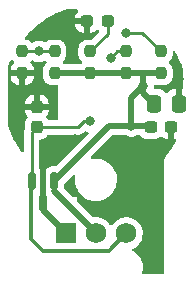
<source format=gbr>
%TF.GenerationSoftware,KiCad,Pcbnew,(6.0.6)*%
%TF.CreationDate,2022-08-09T20:17:37-04:00*%
%TF.ProjectId,4272ShaftEncoder,34323732-5368-4616-9674-456e636f6465,rev?*%
%TF.SameCoordinates,Original*%
%TF.FileFunction,Copper,L1,Top*%
%TF.FilePolarity,Positive*%
%FSLAX46Y46*%
G04 Gerber Fmt 4.6, Leading zero omitted, Abs format (unit mm)*
G04 Created by KiCad (PCBNEW (6.0.6)) date 2022-08-09 20:17:37*
%MOMM*%
%LPD*%
G01*
G04 APERTURE LIST*
G04 Aperture macros list*
%AMRoundRect*
0 Rectangle with rounded corners*
0 $1 Rounding radius*
0 $2 $3 $4 $5 $6 $7 $8 $9 X,Y pos of 4 corners*
0 Add a 4 corners polygon primitive as box body*
4,1,4,$2,$3,$4,$5,$6,$7,$8,$9,$2,$3,0*
0 Add four circle primitives for the rounded corners*
1,1,$1+$1,$2,$3*
1,1,$1+$1,$4,$5*
1,1,$1+$1,$6,$7*
1,1,$1+$1,$8,$9*
0 Add four rect primitives between the rounded corners*
20,1,$1+$1,$2,$3,$4,$5,0*
20,1,$1+$1,$4,$5,$6,$7,0*
20,1,$1+$1,$6,$7,$8,$9,0*
20,1,$1+$1,$8,$9,$2,$3,0*%
G04 Aperture macros list end*
%TA.AperFunction,ComponentPad*%
%ADD10RoundRect,0.190218X-0.684782X-0.684782X0.684782X-0.684782X0.684782X0.684782X-0.684782X0.684782X0*%
%TD*%
%TA.AperFunction,ComponentPad*%
%ADD11C,1.750000*%
%TD*%
%TA.AperFunction,SMDPad,CuDef*%
%ADD12RoundRect,0.237500X0.237500X-0.250000X0.237500X0.250000X-0.237500X0.250000X-0.237500X-0.250000X0*%
%TD*%
%TA.AperFunction,SMDPad,CuDef*%
%ADD13RoundRect,0.250000X-0.337500X-0.475000X0.337500X-0.475000X0.337500X0.475000X-0.337500X0.475000X0*%
%TD*%
%TA.AperFunction,SMDPad,CuDef*%
%ADD14RoundRect,0.150000X-0.150000X0.587500X-0.150000X-0.587500X0.150000X-0.587500X0.150000X0.587500X0*%
%TD*%
%TA.AperFunction,SMDPad,CuDef*%
%ADD15RoundRect,0.237500X-0.237500X0.250000X-0.237500X-0.250000X0.237500X-0.250000X0.237500X0.250000X0*%
%TD*%
%TA.AperFunction,SMDPad,CuDef*%
%ADD16RoundRect,0.237500X-0.287500X-0.237500X0.287500X-0.237500X0.287500X0.237500X-0.287500X0.237500X0*%
%TD*%
%TA.AperFunction,SMDPad,CuDef*%
%ADD17RoundRect,0.237500X0.237500X-0.300000X0.237500X0.300000X-0.237500X0.300000X-0.237500X-0.300000X0*%
%TD*%
%TA.AperFunction,SMDPad,CuDef*%
%ADD18RoundRect,0.237500X-0.300000X-0.237500X0.300000X-0.237500X0.300000X0.237500X-0.300000X0.237500X0*%
%TD*%
%TA.AperFunction,ViaPad*%
%ADD19C,0.800000*%
%TD*%
%TA.AperFunction,Conductor*%
%ADD20C,0.250000*%
%TD*%
%TA.AperFunction,Conductor*%
%ADD21C,0.500000*%
%TD*%
%TA.AperFunction,Conductor*%
%ADD22C,0.350000*%
%TD*%
%TA.AperFunction,Conductor*%
%ADD23C,0.300000*%
%TD*%
G04 APERTURE END LIST*
D10*
%TO.P,J1,1,Pin_1*%
%TO.N,GND*%
X145500000Y-89500000D03*
D11*
%TO.P,J1,2,Pin_2*%
%TO.N,+3.3V*%
X148040000Y-89500000D03*
%TO.P,J1,3,Pin_3*%
%TO.N,/OUT*%
X150580000Y-89500000D03*
%TD*%
D12*
%TO.P,R1,2*%
%TO.N,Net-(R1-Pad2)*%
X144500000Y-74087500D03*
%TO.P,R1,1*%
%TO.N,+3.3V*%
X144500000Y-75912500D03*
%TD*%
D13*
%TO.P,C2,1*%
%TO.N,+3.3V*%
X152925000Y-78500000D03*
%TO.P,C2,2*%
%TO.N,GND*%
X155000000Y-78500000D03*
%TD*%
D14*
%TO.P,TVS1,3,A*%
%TO.N,GND*%
X143500000Y-86937500D03*
%TO.P,TVS1,2,K*%
%TO.N,/OUT*%
X142550000Y-85062500D03*
%TO.P,TVS1,1,K*%
%TO.N,+3.3V*%
X144450000Y-85062500D03*
%TD*%
D15*
%TO.P,R7,1*%
%TO.N,Net-(R7-Pad1)*%
X153500000Y-74087500D03*
%TO.P,R7,2*%
%TO.N,+3.3V*%
X153500000Y-75912500D03*
%TD*%
D12*
%TO.P,R3,2*%
%TO.N,Net-(LED3-Pad2)*%
X147500000Y-74087500D03*
%TO.P,R3,1*%
%TO.N,+3.3V*%
X147500000Y-75912500D03*
%TD*%
D16*
%TO.P,LED3,1*%
%TO.N,GND*%
X147250000Y-71500000D03*
%TO.P,LED3,2*%
%TO.N,Net-(LED3-Pad2)*%
X149000000Y-71500000D03*
%TD*%
D17*
%TO.P,C3,1*%
%TO.N,/OUT*%
X143000000Y-80500000D03*
%TO.P,C3,2*%
%TO.N,GND*%
X143000000Y-78775000D03*
%TD*%
D15*
%TO.P,R6,2*%
%TO.N,+3.3V*%
X150500000Y-75912500D03*
%TO.P,R6,1*%
%TO.N,Net-(R6-Pad1)*%
X150500000Y-74087500D03*
%TD*%
%TO.P,R2,2*%
%TO.N,GND*%
X141750000Y-75912500D03*
%TO.P,R2,1*%
%TO.N,Net-(R1-Pad2)*%
X141750000Y-74087500D03*
%TD*%
D18*
%TO.P,C1,1*%
%TO.N,+3.3V*%
X152637500Y-80500000D03*
%TO.P,C1,2*%
%TO.N,GND*%
X154362500Y-80500000D03*
%TD*%
D19*
%TO.N,GND*%
X153200000Y-92200000D03*
X153800000Y-82000000D03*
X143800000Y-83400000D03*
X144400000Y-79400000D03*
X145750000Y-85500000D03*
X141250000Y-80500000D03*
X146250000Y-81500000D03*
X155000000Y-76400000D03*
X146000000Y-74500000D03*
%TO.N,/OUT*%
X147500000Y-80000000D03*
%TO.N,Net-(R7-Pad1)*%
X150500000Y-72500000D03*
%TO.N,Net-(R6-Pad1)*%
X149250000Y-74600000D03*
%TO.N,Net-(R1-Pad2)*%
X143162500Y-74087500D03*
%TO.N,+3.3V*%
X151000000Y-80400000D03*
X152000000Y-77000000D03*
%TD*%
D20*
%TO.N,Net-(R6-Pad1)*%
X149250000Y-74600000D02*
X149762500Y-74087500D01*
X149762500Y-74087500D02*
X150500000Y-74087500D01*
D21*
%TO.N,GND*%
X143500000Y-83700000D02*
X143500000Y-86937500D01*
D20*
X143800000Y-83400000D02*
X143500000Y-83700000D01*
D21*
%TO.N,+3.3V*%
X152537500Y-80400000D02*
X152637500Y-80500000D01*
X151000000Y-80400000D02*
X152537500Y-80400000D01*
X149112500Y-80400000D02*
X144450000Y-85062500D01*
X151000000Y-80400000D02*
X149112500Y-80400000D01*
X151000000Y-78000000D02*
X152000000Y-77000000D01*
X151000000Y-80400000D02*
X151000000Y-78000000D01*
D22*
%TO.N,/OUT*%
X142500000Y-90000000D02*
X142500000Y-85112500D01*
X143500000Y-91000000D02*
X142500000Y-90000000D01*
D23*
X149080000Y-91000000D02*
X143500000Y-91000000D01*
D20*
X142500000Y-85112500D02*
X142550000Y-85062500D01*
D22*
X150580000Y-89500000D02*
X149080000Y-91000000D01*
D20*
X146500000Y-80500000D02*
X147000000Y-80000000D01*
X147000000Y-80000000D02*
X147500000Y-80000000D01*
X143000000Y-80500000D02*
X146500000Y-80500000D01*
D21*
%TO.N,+3.3V*%
X152000000Y-76000000D02*
X152000000Y-77000000D01*
D20*
X152087500Y-75912500D02*
X152000000Y-76000000D01*
D21*
X152087500Y-75912500D02*
X153500000Y-75912500D01*
X150500000Y-75912500D02*
X152087500Y-75912500D01*
D20*
%TO.N,Net-(R7-Pad1)*%
X151912500Y-72500000D02*
X150500000Y-72500000D01*
X153500000Y-74087500D02*
X151912500Y-72500000D01*
%TO.N,Net-(R1-Pad2)*%
X143162500Y-74087500D02*
X144500000Y-74087500D01*
X141750000Y-74087500D02*
X143162500Y-74087500D01*
%TO.N,Net-(LED3-Pad2)*%
X149000000Y-72587500D02*
X149000000Y-71500000D01*
X147500000Y-74087500D02*
X149000000Y-72587500D01*
D21*
%TO.N,+3.3V*%
X152000000Y-77575000D02*
X152925000Y-78500000D01*
X152000000Y-77000000D02*
X152000000Y-77575000D01*
X147500010Y-75912497D02*
X150500004Y-75912497D01*
X144500000Y-75912500D02*
X147500000Y-75912500D01*
D20*
%TO.N,/OUT*%
X142550000Y-80950000D02*
X142550000Y-85062500D01*
X143000000Y-80500000D02*
X142550000Y-80950000D01*
%TO.N,+3.3V*%
X144450000Y-85062500D02*
X144450000Y-85910000D01*
D21*
X144450000Y-85910000D02*
X148040000Y-89500000D01*
D20*
%TO.N,GND*%
X143500000Y-87500000D02*
X143500000Y-86937500D01*
D21*
X145500000Y-89500000D02*
X143500000Y-87500000D01*
%TD*%
%TA.AperFunction,Conductor*%
%TO.N,GND*%
G36*
X154558621Y-80266002D02*
G01*
X154605114Y-80319658D01*
X154616500Y-80372000D01*
X154616500Y-81464885D01*
X154620975Y-81480124D01*
X154622365Y-81481329D01*
X154630048Y-81483000D01*
X154675425Y-81483000D01*
X154743546Y-81503002D01*
X154790039Y-81556658D01*
X154800143Y-81626932D01*
X154786601Y-81668294D01*
X154694923Y-81840190D01*
X154691302Y-81846530D01*
X154455714Y-82232499D01*
X154451737Y-82238609D01*
X154446094Y-82246751D01*
X154208793Y-82589129D01*
X154194147Y-82610260D01*
X154189826Y-82616123D01*
X153936575Y-82939657D01*
X153920747Y-82956448D01*
X153908867Y-82966934D01*
X153897190Y-82985429D01*
X153885097Y-83001561D01*
X153870622Y-83017951D01*
X153866807Y-83026076D01*
X153866806Y-83026078D01*
X153856441Y-83048155D01*
X153848931Y-83061869D01*
X153831108Y-83090099D01*
X153828639Y-83098731D01*
X153825094Y-83111122D01*
X153818010Y-83130012D01*
X153808719Y-83149800D01*
X153805291Y-83171816D01*
X153803585Y-83182775D01*
X153800224Y-83198051D01*
X153794273Y-83218853D01*
X153791044Y-83230139D01*
X153791096Y-83239115D01*
X153791096Y-83239117D01*
X153791498Y-83308028D01*
X153791500Y-83308762D01*
X153791500Y-92825500D01*
X153771498Y-92893621D01*
X153717842Y-92940114D01*
X153665500Y-92951500D01*
X152010252Y-92951500D01*
X151942131Y-92931498D01*
X151895638Y-92877842D01*
X151885534Y-92807568D01*
X151889917Y-92788146D01*
X151949835Y-92595178D01*
X151980996Y-92360069D01*
X151972099Y-92123072D01*
X151923397Y-91890962D01*
X151921440Y-91886006D01*
X151921438Y-91886000D01*
X151838242Y-91675337D01*
X151836283Y-91670376D01*
X151713249Y-91467621D01*
X151557811Y-91288495D01*
X151514019Y-91252588D01*
X151378543Y-91141503D01*
X151378537Y-91141499D01*
X151374415Y-91138119D01*
X151168304Y-91020794D01*
X151163284Y-91018972D01*
X151163280Y-91018970D01*
X151132385Y-91007756D01*
X151075176Y-90965712D01*
X151049780Y-90899413D01*
X151064260Y-90829909D01*
X151119942Y-90776166D01*
X151286197Y-90694718D01*
X151290839Y-90692444D01*
X151295043Y-90689446D01*
X151295047Y-90689443D01*
X151471847Y-90563333D01*
X151471849Y-90563331D01*
X151476051Y-90560334D01*
X151637199Y-90399747D01*
X151679054Y-90341500D01*
X151766938Y-90219198D01*
X151766942Y-90219192D01*
X151769956Y-90214997D01*
X151870755Y-90011046D01*
X151936890Y-89793370D01*
X151966585Y-89567815D01*
X151968242Y-89500000D01*
X151949601Y-89273264D01*
X151894178Y-89052617D01*
X151803462Y-88843985D01*
X151679890Y-88652971D01*
X151526779Y-88484704D01*
X151348241Y-88343704D01*
X151310537Y-88322890D01*
X151295869Y-88314793D01*
X151149072Y-88233757D01*
X151144203Y-88232033D01*
X151144199Y-88232031D01*
X150939496Y-88159541D01*
X150939492Y-88159540D01*
X150934621Y-88157815D01*
X150929528Y-88156908D01*
X150929525Y-88156907D01*
X150715734Y-88118825D01*
X150715728Y-88118824D01*
X150710645Y-88117919D01*
X150637196Y-88117022D01*
X150488331Y-88115203D01*
X150488329Y-88115203D01*
X150483161Y-88115140D01*
X150258278Y-88149552D01*
X150042035Y-88220231D01*
X150037447Y-88222619D01*
X150037443Y-88222621D01*
X149844828Y-88322890D01*
X149840239Y-88325279D01*
X149836106Y-88328382D01*
X149836103Y-88328384D01*
X149815699Y-88343704D01*
X149658310Y-88461875D01*
X149501133Y-88626351D01*
X149498218Y-88630625D01*
X149498215Y-88630628D01*
X149413755Y-88754441D01*
X149358844Y-88799444D01*
X149288319Y-88807615D01*
X149224572Y-88776361D01*
X149203875Y-88751877D01*
X149142698Y-88657311D01*
X149142696Y-88657308D01*
X149139890Y-88652971D01*
X148986779Y-88484704D01*
X148808241Y-88343704D01*
X148770537Y-88322890D01*
X148755869Y-88314793D01*
X148609072Y-88233757D01*
X148604203Y-88232033D01*
X148604199Y-88232031D01*
X148399496Y-88159541D01*
X148399492Y-88159540D01*
X148394621Y-88157815D01*
X148389528Y-88156908D01*
X148389525Y-88156907D01*
X148175734Y-88118825D01*
X148175728Y-88118824D01*
X148170645Y-88117919D01*
X148097196Y-88117022D01*
X147948331Y-88115203D01*
X147948329Y-88115203D01*
X147943161Y-88115140D01*
X147938052Y-88115922D01*
X147938049Y-88115922D01*
X147897258Y-88122164D01*
X147819450Y-88134071D01*
X147749089Y-88124604D01*
X147711297Y-88098616D01*
X146436905Y-86824224D01*
X146402879Y-86761912D01*
X146400000Y-86735129D01*
X146400000Y-86400000D01*
X146064871Y-86400000D01*
X145996750Y-86379998D01*
X145975776Y-86363095D01*
X145295405Y-85682724D01*
X145261379Y-85620412D01*
X145258500Y-85593629D01*
X145258500Y-85378871D01*
X145278502Y-85310750D01*
X145295405Y-85289776D01*
X146031218Y-84553963D01*
X146093530Y-84519937D01*
X146164345Y-84525002D01*
X146221181Y-84567549D01*
X146245992Y-84634069D01*
X146244675Y-84663311D01*
X146223300Y-84794559D01*
X146219840Y-85058879D01*
X146255486Y-85320808D01*
X146256795Y-85325298D01*
X146256796Y-85325304D01*
X146267417Y-85361741D01*
X146329457Y-85574590D01*
X146440127Y-85814652D01*
X146442690Y-85818561D01*
X146582499Y-86031805D01*
X146582503Y-86031810D01*
X146585065Y-86035718D01*
X146640440Y-86097760D01*
X146735153Y-86203877D01*
X146761086Y-86232933D01*
X146964324Y-86401964D01*
X147190314Y-86539099D01*
X147194622Y-86540905D01*
X147194623Y-86540906D01*
X147429776Y-86639514D01*
X147429781Y-86639516D01*
X147434091Y-86641323D01*
X147438623Y-86642474D01*
X147438626Y-86642475D01*
X147494197Y-86656588D01*
X147690301Y-86706392D01*
X147909856Y-86728500D01*
X148067108Y-86728500D01*
X148069433Y-86728327D01*
X148069439Y-86728327D01*
X148258964Y-86714243D01*
X148258968Y-86714242D01*
X148263616Y-86713897D01*
X148521441Y-86655557D01*
X148525795Y-86653864D01*
X148763458Y-86561442D01*
X148763460Y-86561441D01*
X148767811Y-86559749D01*
X148800780Y-86540906D01*
X148852448Y-86511375D01*
X148997313Y-86428578D01*
X149204906Y-86264925D01*
X149386030Y-86072385D01*
X149414181Y-86031805D01*
X149534042Y-85859026D01*
X149534045Y-85859021D01*
X149536704Y-85855188D01*
X149538771Y-85850997D01*
X149651555Y-85622294D01*
X149651556Y-85622291D01*
X149653620Y-85618106D01*
X149734209Y-85366347D01*
X149776700Y-85105441D01*
X149780160Y-84841121D01*
X149744514Y-84579192D01*
X149741121Y-84567549D01*
X149685749Y-84377579D01*
X149670543Y-84325410D01*
X149559873Y-84085348D01*
X149468846Y-83946509D01*
X149417501Y-83868195D01*
X149417497Y-83868190D01*
X149414935Y-83864282D01*
X149238914Y-83667067D01*
X149035676Y-83498036D01*
X148809686Y-83360901D01*
X148741106Y-83332143D01*
X148570224Y-83260486D01*
X148570219Y-83260484D01*
X148565909Y-83258677D01*
X148561377Y-83257526D01*
X148561374Y-83257525D01*
X148419540Y-83221504D01*
X148309699Y-83193608D01*
X148090144Y-83171500D01*
X147932892Y-83171500D01*
X147930567Y-83171673D01*
X147930561Y-83171673D01*
X147741036Y-83185757D01*
X147741032Y-83185758D01*
X147736384Y-83186103D01*
X147731836Y-83187132D01*
X147731830Y-83187133D01*
X147725508Y-83188564D01*
X147654653Y-83184089D01*
X147597464Y-83142018D01*
X147572100Y-83075706D01*
X147586613Y-83006209D01*
X147608605Y-82976576D01*
X149389776Y-81195405D01*
X149452088Y-81161379D01*
X149478871Y-81158500D01*
X150457413Y-81158500D01*
X150531472Y-81182563D01*
X150537902Y-81187235D01*
X150537909Y-81187239D01*
X150543248Y-81191118D01*
X150549276Y-81193802D01*
X150549278Y-81193803D01*
X150696325Y-81259272D01*
X150717712Y-81268794D01*
X150792925Y-81284781D01*
X150898056Y-81307128D01*
X150898061Y-81307128D01*
X150904513Y-81308500D01*
X151095487Y-81308500D01*
X151101939Y-81307128D01*
X151101944Y-81307128D01*
X151207075Y-81284781D01*
X151282288Y-81268794D01*
X151303675Y-81259272D01*
X151450722Y-81193803D01*
X151450724Y-81193802D01*
X151456752Y-81191118D01*
X151462091Y-81187239D01*
X151462098Y-81187235D01*
X151468528Y-81182563D01*
X151542587Y-81158500D01*
X151652967Y-81158500D01*
X151721088Y-81178502D01*
X151748380Y-81203217D01*
X151748884Y-81204031D01*
X151754065Y-81209203D01*
X151866816Y-81321758D01*
X151866821Y-81321762D01*
X151871997Y-81326929D01*
X151878227Y-81330769D01*
X151878228Y-81330770D01*
X151978324Y-81392470D01*
X152020080Y-81418209D01*
X152185191Y-81472974D01*
X152192027Y-81473674D01*
X152192030Y-81473675D01*
X152239370Y-81478525D01*
X152287928Y-81483500D01*
X152987072Y-81483500D01*
X152990318Y-81483163D01*
X152990322Y-81483163D01*
X153084235Y-81473419D01*
X153084239Y-81473418D01*
X153091093Y-81472707D01*
X153097629Y-81470526D01*
X153097631Y-81470526D01*
X153230395Y-81426232D01*
X153256107Y-81417654D01*
X153404031Y-81326116D01*
X153411274Y-81318861D01*
X153413038Y-81317895D01*
X153414941Y-81316387D01*
X153415199Y-81316713D01*
X153473554Y-81284781D01*
X153544375Y-81289782D01*
X153589470Y-81318708D01*
X153592131Y-81321364D01*
X153603540Y-81330375D01*
X153739063Y-81413912D01*
X153752241Y-81420056D01*
X153903766Y-81470315D01*
X153917132Y-81473181D01*
X154009770Y-81482672D01*
X154016185Y-81483000D01*
X154090385Y-81483000D01*
X154105624Y-81478525D01*
X154106829Y-81477135D01*
X154108500Y-81469452D01*
X154108500Y-80372000D01*
X154128502Y-80303879D01*
X154182158Y-80257386D01*
X154234500Y-80246000D01*
X154490500Y-80246000D01*
X154558621Y-80266002D01*
G37*
%TD.AperFunction*%
%TA.AperFunction,Conductor*%
G36*
X147157722Y-80842348D02*
G01*
X147164923Y-80845291D01*
X147193826Y-80858159D01*
X147211676Y-80866107D01*
X147211679Y-80866108D01*
X147217712Y-80868794D01*
X147275353Y-80881046D01*
X147282099Y-80882480D01*
X147344573Y-80916209D01*
X147378894Y-80978358D01*
X147374166Y-81049197D01*
X147344997Y-81094822D01*
X144660224Y-83779595D01*
X144597912Y-83813621D01*
X144571129Y-83816500D01*
X144233498Y-83816500D01*
X144231050Y-83816693D01*
X144231042Y-83816693D01*
X144202579Y-83818933D01*
X144202574Y-83818934D01*
X144196169Y-83819438D01*
X144096231Y-83848472D01*
X144044012Y-83863643D01*
X144044010Y-83863644D01*
X144036399Y-83865855D01*
X144029572Y-83869892D01*
X144029573Y-83869892D01*
X143900020Y-83946509D01*
X143900017Y-83946511D01*
X143893193Y-83950547D01*
X143775547Y-84068193D01*
X143771511Y-84075017D01*
X143771509Y-84075020D01*
X143762890Y-84089594D01*
X143690855Y-84211399D01*
X143644438Y-84371169D01*
X143641500Y-84408498D01*
X143641500Y-85716502D01*
X143644438Y-85753831D01*
X143646232Y-85760007D01*
X143646233Y-85760011D01*
X143685087Y-85893748D01*
X143689675Y-85918685D01*
X143701140Y-86059637D01*
X143703394Y-86066596D01*
X143703395Y-86066599D01*
X143747867Y-86203877D01*
X143754000Y-86242708D01*
X143754000Y-86274000D01*
X143733998Y-86342121D01*
X143680342Y-86388614D01*
X143628000Y-86400000D01*
X143372000Y-86400000D01*
X143303879Y-86379998D01*
X143257386Y-86326342D01*
X143246000Y-86274000D01*
X143246000Y-86054842D01*
X143263547Y-85990703D01*
X143305108Y-85920427D01*
X143309145Y-85913601D01*
X143355562Y-85753831D01*
X143358500Y-85716502D01*
X143358500Y-84408498D01*
X143355562Y-84371169D01*
X143309145Y-84211399D01*
X143237110Y-84089594D01*
X143228491Y-84075020D01*
X143228489Y-84075017D01*
X143224453Y-84068193D01*
X143218844Y-84062584D01*
X143213989Y-84056325D01*
X143215496Y-84055156D01*
X143186379Y-84001833D01*
X143183500Y-83975050D01*
X143183500Y-81670349D01*
X143203502Y-81602228D01*
X143257158Y-81555735D01*
X143296497Y-81545022D01*
X143314164Y-81543189D01*
X143384234Y-81535919D01*
X143384237Y-81535918D01*
X143391093Y-81535207D01*
X143397629Y-81533026D01*
X143397631Y-81533026D01*
X143549159Y-81482472D01*
X143556107Y-81480154D01*
X143704031Y-81388616D01*
X143761776Y-81330770D01*
X143821758Y-81270684D01*
X143821762Y-81270679D01*
X143826929Y-81265503D01*
X143871384Y-81193384D01*
X143924156Y-81145891D01*
X143978644Y-81133500D01*
X146421233Y-81133500D01*
X146432416Y-81134027D01*
X146439909Y-81135702D01*
X146447835Y-81135453D01*
X146447836Y-81135453D01*
X146507986Y-81133562D01*
X146511945Y-81133500D01*
X146539856Y-81133500D01*
X146543791Y-81133003D01*
X146543856Y-81132995D01*
X146555693Y-81132062D01*
X146587951Y-81131048D01*
X146591970Y-81130922D01*
X146599889Y-81130673D01*
X146619343Y-81125021D01*
X146638700Y-81121013D01*
X146650930Y-81119468D01*
X146650931Y-81119468D01*
X146658797Y-81118474D01*
X146666168Y-81115555D01*
X146666170Y-81115555D01*
X146699912Y-81102196D01*
X146711142Y-81098351D01*
X146745983Y-81088229D01*
X146745984Y-81088229D01*
X146753593Y-81086018D01*
X146760412Y-81081985D01*
X146760417Y-81081983D01*
X146771028Y-81075707D01*
X146788776Y-81067012D01*
X146807617Y-81059552D01*
X146821427Y-81049519D01*
X146843387Y-81033564D01*
X146853307Y-81027048D01*
X146884535Y-81008580D01*
X146884538Y-81008578D01*
X146891362Y-81004542D01*
X146905683Y-80990221D01*
X146920717Y-80977380D01*
X146930693Y-80970132D01*
X146937107Y-80965472D01*
X146965293Y-80931401D01*
X146973282Y-80922622D01*
X147024595Y-80871309D01*
X147086907Y-80837283D01*
X147157722Y-80842348D01*
G37*
%TD.AperFunction*%
%TA.AperFunction,Conductor*%
G36*
X140927896Y-74812607D02*
G01*
X140950256Y-74830357D01*
X141031141Y-74911101D01*
X141065220Y-74973382D01*
X141060217Y-75044202D01*
X141031296Y-75089291D01*
X140928637Y-75192129D01*
X140919625Y-75203540D01*
X140836088Y-75339063D01*
X140829944Y-75352241D01*
X140779685Y-75503766D01*
X140776819Y-75517132D01*
X140767328Y-75609770D01*
X140767000Y-75616185D01*
X140767000Y-75640385D01*
X140771475Y-75655624D01*
X140772865Y-75656829D01*
X140780548Y-75658500D01*
X142714885Y-75658500D01*
X142730124Y-75654025D01*
X142731329Y-75652635D01*
X142733000Y-75644952D01*
X142733000Y-75616234D01*
X142732663Y-75609718D01*
X142722925Y-75515868D01*
X142720032Y-75502472D01*
X142669512Y-75351047D01*
X142663347Y-75337885D01*
X142579574Y-75202508D01*
X142570540Y-75191110D01*
X142468860Y-75089607D01*
X142434781Y-75027324D01*
X142439784Y-74956504D01*
X142468705Y-74911416D01*
X142469022Y-74911099D01*
X142511236Y-74868811D01*
X142573519Y-74834732D01*
X142644339Y-74839735D01*
X142674470Y-74855893D01*
X142705748Y-74878618D01*
X142711776Y-74881302D01*
X142711778Y-74881303D01*
X142874181Y-74953609D01*
X142880212Y-74956294D01*
X142973613Y-74976147D01*
X143060556Y-74994628D01*
X143060561Y-74994628D01*
X143067013Y-74996000D01*
X143257987Y-74996000D01*
X143264439Y-74994628D01*
X143264444Y-74994628D01*
X143351387Y-74976147D01*
X143444788Y-74956294D01*
X143450819Y-74953609D01*
X143613224Y-74881302D01*
X143613225Y-74881301D01*
X143619252Y-74878618D01*
X143619369Y-74878533D01*
X143686036Y-74862358D01*
X143753128Y-74885576D01*
X143769054Y-74899035D01*
X143780787Y-74910747D01*
X143814865Y-74973025D01*
X143809864Y-75043846D01*
X143780942Y-75088936D01*
X143678246Y-75191812D01*
X143678242Y-75191817D01*
X143673071Y-75196997D01*
X143669231Y-75203227D01*
X143669230Y-75203228D01*
X143586364Y-75337662D01*
X143581791Y-75345080D01*
X143527026Y-75510191D01*
X143516500Y-75612928D01*
X143516500Y-76212072D01*
X143516837Y-76215318D01*
X143516837Y-76215322D01*
X143526571Y-76309132D01*
X143527293Y-76316093D01*
X143582346Y-76481107D01*
X143673884Y-76629031D01*
X143679066Y-76634204D01*
X143791816Y-76746758D01*
X143791821Y-76746762D01*
X143796997Y-76751929D01*
X143945080Y-76843209D01*
X144110191Y-76897974D01*
X144117027Y-76898674D01*
X144117030Y-76898675D01*
X144164370Y-76903525D01*
X144212928Y-76908500D01*
X144674000Y-76908500D01*
X144742121Y-76928502D01*
X144788614Y-76982158D01*
X144800000Y-77034500D01*
X144800000Y-79740500D01*
X144779998Y-79808621D01*
X144726342Y-79855114D01*
X144674000Y-79866500D01*
X143978640Y-79866500D01*
X143910519Y-79846498D01*
X143871497Y-79806804D01*
X143826116Y-79733469D01*
X143818861Y-79726226D01*
X143817895Y-79724462D01*
X143816387Y-79722559D01*
X143816713Y-79722301D01*
X143784781Y-79663946D01*
X143789782Y-79593125D01*
X143818708Y-79548030D01*
X143821364Y-79545369D01*
X143830375Y-79533960D01*
X143913912Y-79398437D01*
X143920056Y-79385259D01*
X143970315Y-79233734D01*
X143973181Y-79220368D01*
X143982672Y-79127730D01*
X143983000Y-79121315D01*
X143983000Y-79047115D01*
X143978525Y-79031876D01*
X143977135Y-79030671D01*
X143969452Y-79029000D01*
X142035115Y-79029000D01*
X142019876Y-79033475D01*
X142018671Y-79034865D01*
X142017000Y-79042548D01*
X142017000Y-79121266D01*
X142017337Y-79127782D01*
X142027075Y-79221632D01*
X142029968Y-79235028D01*
X142080488Y-79386453D01*
X142086653Y-79399615D01*
X142170426Y-79534992D01*
X142179464Y-79546394D01*
X142181139Y-79548067D01*
X142181919Y-79549493D01*
X142184007Y-79552127D01*
X142183556Y-79552484D01*
X142215219Y-79610349D01*
X142210216Y-79681169D01*
X142181299Y-79726254D01*
X142179260Y-79728297D01*
X142173071Y-79734497D01*
X142081791Y-79882580D01*
X142027026Y-80047691D01*
X142016500Y-80150428D01*
X142016500Y-80565194D01*
X142000175Y-80624866D01*
X142000386Y-80624958D01*
X142000386Y-80624959D01*
X141997240Y-80632229D01*
X141997237Y-80632234D01*
X141982826Y-80665537D01*
X141977609Y-80676187D01*
X141956305Y-80714940D01*
X141954334Y-80722615D01*
X141954334Y-80722616D01*
X141951267Y-80734562D01*
X141944863Y-80753266D01*
X141936819Y-80771855D01*
X141935580Y-80779678D01*
X141935577Y-80779688D01*
X141929901Y-80815524D01*
X141927495Y-80827144D01*
X141916500Y-80869970D01*
X141916500Y-80890224D01*
X141914949Y-80909934D01*
X141911780Y-80929943D01*
X141912526Y-80937835D01*
X141915941Y-80973961D01*
X141916500Y-80985819D01*
X141916500Y-82516663D01*
X141896498Y-82584784D01*
X141842842Y-82631277D01*
X141772568Y-82641381D01*
X141707988Y-82611887D01*
X141687424Y-82589129D01*
X141536122Y-82373918D01*
X141448808Y-82249723D01*
X141444806Y-82243664D01*
X141209870Y-81864628D01*
X141206214Y-81858330D01*
X141198125Y-81843416D01*
X140993598Y-81466322D01*
X140990315Y-81459826D01*
X140980060Y-81437989D01*
X140805825Y-81067006D01*
X140800754Y-81056208D01*
X140797846Y-81049519D01*
X140768934Y-80977380D01*
X140631958Y-80635610D01*
X140629446Y-80628779D01*
X140628167Y-80624959D01*
X140515027Y-80287275D01*
X140508500Y-80247246D01*
X140508500Y-78502885D01*
X142017000Y-78502885D01*
X142021475Y-78518124D01*
X142022865Y-78519329D01*
X142030548Y-78521000D01*
X142727885Y-78521000D01*
X142743124Y-78516525D01*
X142744329Y-78515135D01*
X142746000Y-78507452D01*
X142746000Y-78502885D01*
X143254000Y-78502885D01*
X143258475Y-78518124D01*
X143259865Y-78519329D01*
X143267548Y-78521000D01*
X143964885Y-78521000D01*
X143980124Y-78516525D01*
X143981329Y-78515135D01*
X143983000Y-78507452D01*
X143983000Y-78428734D01*
X143982663Y-78422218D01*
X143972925Y-78328368D01*
X143970032Y-78314972D01*
X143919512Y-78163547D01*
X143913347Y-78150385D01*
X143829574Y-78015008D01*
X143820540Y-78003610D01*
X143707871Y-77891137D01*
X143696460Y-77882125D01*
X143560937Y-77798588D01*
X143547759Y-77792444D01*
X143396234Y-77742185D01*
X143382868Y-77739319D01*
X143290230Y-77729828D01*
X143283815Y-77729500D01*
X143272115Y-77729500D01*
X143256876Y-77733975D01*
X143255671Y-77735365D01*
X143254000Y-77743048D01*
X143254000Y-78502885D01*
X142746000Y-78502885D01*
X142746000Y-77747615D01*
X142741525Y-77732376D01*
X142740135Y-77731171D01*
X142732452Y-77729500D01*
X142716234Y-77729500D01*
X142709718Y-77729837D01*
X142615868Y-77739575D01*
X142602472Y-77742468D01*
X142451047Y-77792988D01*
X142437885Y-77799153D01*
X142302508Y-77882926D01*
X142291110Y-77891960D01*
X142178637Y-78004629D01*
X142169625Y-78016040D01*
X142086088Y-78151563D01*
X142079944Y-78164741D01*
X142029685Y-78316266D01*
X142026819Y-78329632D01*
X142017328Y-78422270D01*
X142017000Y-78428685D01*
X142017000Y-78502885D01*
X140508500Y-78502885D01*
X140508500Y-76208766D01*
X140767000Y-76208766D01*
X140767337Y-76215282D01*
X140777075Y-76309132D01*
X140779968Y-76322528D01*
X140830488Y-76473953D01*
X140836653Y-76487115D01*
X140920426Y-76622492D01*
X140929460Y-76633890D01*
X141042129Y-76746363D01*
X141053540Y-76755375D01*
X141189063Y-76838912D01*
X141202241Y-76845056D01*
X141353766Y-76895315D01*
X141367132Y-76898181D01*
X141459770Y-76907672D01*
X141466185Y-76908000D01*
X141477885Y-76908000D01*
X141493124Y-76903525D01*
X141494329Y-76902135D01*
X141496000Y-76894452D01*
X141496000Y-76889885D01*
X142004000Y-76889885D01*
X142008475Y-76905124D01*
X142009865Y-76906329D01*
X142017548Y-76908000D01*
X142033766Y-76908000D01*
X142040282Y-76907663D01*
X142134132Y-76897925D01*
X142147528Y-76895032D01*
X142298953Y-76844512D01*
X142312115Y-76838347D01*
X142447492Y-76754574D01*
X142458890Y-76745540D01*
X142571363Y-76632871D01*
X142580375Y-76621460D01*
X142663912Y-76485937D01*
X142670056Y-76472759D01*
X142720315Y-76321234D01*
X142723181Y-76307868D01*
X142732672Y-76215230D01*
X142733000Y-76208815D01*
X142733000Y-76184615D01*
X142728525Y-76169376D01*
X142727135Y-76168171D01*
X142719452Y-76166500D01*
X142022115Y-76166500D01*
X142006876Y-76170975D01*
X142005671Y-76172365D01*
X142004000Y-76180048D01*
X142004000Y-76889885D01*
X141496000Y-76889885D01*
X141496000Y-76184615D01*
X141491525Y-76169376D01*
X141490135Y-76168171D01*
X141482452Y-76166500D01*
X140785115Y-76166500D01*
X140769876Y-76170975D01*
X140768671Y-76172365D01*
X140767000Y-76180048D01*
X140767000Y-76208766D01*
X140508500Y-76208766D01*
X140508500Y-75509846D01*
X140515949Y-75467164D01*
X140517944Y-75461623D01*
X140664664Y-75054105D01*
X140667891Y-75046030D01*
X140668851Y-75043850D01*
X140745918Y-74868767D01*
X140791668Y-74814479D01*
X140859507Y-74793543D01*
X140927896Y-74812607D01*
G37*
%TD.AperFunction*%
%TA.AperFunction,Conductor*%
G36*
X154692012Y-74081852D02*
G01*
X154718860Y-74114494D01*
X154831310Y-74310997D01*
X154835222Y-74318393D01*
X155058040Y-74775739D01*
X155061453Y-74783379D01*
X155253427Y-75254510D01*
X155256324Y-75262356D01*
X155387830Y-75658500D01*
X155390545Y-75666679D01*
X155396962Y-75706524D01*
X155395383Y-77034500D01*
X155395256Y-77141150D01*
X155375173Y-77209247D01*
X155321462Y-77255676D01*
X155280200Y-77264626D01*
X155256876Y-77271475D01*
X155255671Y-77272865D01*
X155254000Y-77280548D01*
X155254000Y-78628000D01*
X155233998Y-78696121D01*
X155180342Y-78742614D01*
X155128000Y-78754000D01*
X154872000Y-78754000D01*
X154803879Y-78733998D01*
X154757386Y-78680342D01*
X154746000Y-78628000D01*
X154746000Y-77285116D01*
X154741525Y-77269877D01*
X154740135Y-77268672D01*
X154732452Y-77267001D01*
X154615405Y-77267001D01*
X154608886Y-77267338D01*
X154513294Y-77277257D01*
X154499900Y-77280149D01*
X154345716Y-77331588D01*
X154332538Y-77337761D01*
X154194693Y-77423063D01*
X154183292Y-77432099D01*
X154068762Y-77546828D01*
X154061706Y-77555762D01*
X154003788Y-77596823D01*
X153932865Y-77600053D01*
X153871454Y-77564426D01*
X153864654Y-77556593D01*
X153860978Y-77550652D01*
X153735803Y-77425695D01*
X153729572Y-77421854D01*
X153591468Y-77336725D01*
X153591466Y-77336724D01*
X153585238Y-77332885D01*
X153505495Y-77306436D01*
X153423889Y-77279368D01*
X153423887Y-77279368D01*
X153417361Y-77277203D01*
X153410525Y-77276503D01*
X153410522Y-77276502D01*
X153367469Y-77272091D01*
X153312900Y-77266500D01*
X153025431Y-77266500D01*
X152957310Y-77246498D01*
X152910817Y-77192842D01*
X152900121Y-77127329D01*
X152913504Y-76999999D01*
X152914843Y-77000140D01*
X152932816Y-76938928D01*
X152986472Y-76892435D01*
X153056746Y-76882331D01*
X153078476Y-76887455D01*
X153110191Y-76897974D01*
X153117027Y-76898674D01*
X153117030Y-76898675D01*
X153164370Y-76903525D01*
X153212928Y-76908500D01*
X153787072Y-76908500D01*
X153790318Y-76908163D01*
X153790322Y-76908163D01*
X153884235Y-76898419D01*
X153884239Y-76898418D01*
X153891093Y-76897707D01*
X153897629Y-76895526D01*
X153897631Y-76895526D01*
X154030395Y-76851232D01*
X154056107Y-76842654D01*
X154204031Y-76751116D01*
X154209597Y-76745540D01*
X154321758Y-76633184D01*
X154321762Y-76633179D01*
X154326929Y-76628003D01*
X154330962Y-76621460D01*
X154414369Y-76486150D01*
X154414370Y-76486148D01*
X154418209Y-76479920D01*
X154472974Y-76314809D01*
X154483500Y-76212072D01*
X154483500Y-75612928D01*
X154475802Y-75538736D01*
X154473419Y-75515765D01*
X154473418Y-75515761D01*
X154472707Y-75508907D01*
X154458781Y-75467164D01*
X154419972Y-75350841D01*
X154417654Y-75343893D01*
X154326116Y-75195969D01*
X154264037Y-75133998D01*
X154219214Y-75089253D01*
X154185135Y-75026970D01*
X154190138Y-74956150D01*
X154219059Y-74911063D01*
X154321754Y-74808188D01*
X154321758Y-74808183D01*
X154326929Y-74803003D01*
X154334989Y-74789928D01*
X154414369Y-74661150D01*
X154414370Y-74661148D01*
X154418209Y-74654920D01*
X154472974Y-74489809D01*
X154483500Y-74387072D01*
X154483500Y-74177076D01*
X154503502Y-74108955D01*
X154557158Y-74062462D01*
X154627432Y-74052358D01*
X154692012Y-74081852D01*
G37*
%TD.AperFunction*%
%TA.AperFunction,Conductor*%
G36*
X146426076Y-70528502D02*
G01*
X146472569Y-70582158D01*
X146482673Y-70652432D01*
X146453179Y-70717012D01*
X146447128Y-70723517D01*
X146378641Y-70792124D01*
X146369625Y-70803540D01*
X146286088Y-70939063D01*
X146279944Y-70952241D01*
X146229685Y-71103766D01*
X146226819Y-71117132D01*
X146217328Y-71209770D01*
X146217000Y-71216185D01*
X146217000Y-71227885D01*
X146221475Y-71243124D01*
X146222865Y-71244329D01*
X146230548Y-71246000D01*
X147378000Y-71246000D01*
X147446121Y-71266002D01*
X147492614Y-71319658D01*
X147504000Y-71372000D01*
X147504000Y-72464885D01*
X147508475Y-72480124D01*
X147509865Y-72481329D01*
X147517548Y-72483000D01*
X147583766Y-72483000D01*
X147590282Y-72482663D01*
X147684132Y-72472925D01*
X147697528Y-72470032D01*
X147848953Y-72419512D01*
X147862115Y-72413347D01*
X147997492Y-72329574D01*
X148008895Y-72320536D01*
X148035525Y-72293860D01*
X148097807Y-72259781D01*
X148168627Y-72264784D01*
X148213731Y-72293721D01*
X148216648Y-72296634D01*
X148250716Y-72358923D01*
X148245700Y-72429742D01*
X148216709Y-72474886D01*
X147637000Y-73054595D01*
X147574688Y-73088621D01*
X147547905Y-73091500D01*
X147212928Y-73091500D01*
X147209682Y-73091837D01*
X147209678Y-73091837D01*
X147115765Y-73101581D01*
X147115761Y-73101582D01*
X147108907Y-73102293D01*
X147102371Y-73104474D01*
X147102369Y-73104474D01*
X147015368Y-73133500D01*
X146943893Y-73157346D01*
X146795969Y-73248884D01*
X146790796Y-73254066D01*
X146678242Y-73366816D01*
X146678238Y-73366821D01*
X146673071Y-73371997D01*
X146669231Y-73378227D01*
X146669230Y-73378228D01*
X146586364Y-73512662D01*
X146581791Y-73520080D01*
X146527026Y-73685191D01*
X146516500Y-73787928D01*
X146516500Y-74387072D01*
X146527293Y-74491093D01*
X146582346Y-74656107D01*
X146673884Y-74804031D01*
X146679066Y-74809204D01*
X146780786Y-74910747D01*
X146814865Y-74973030D01*
X146809862Y-75043850D01*
X146780941Y-75088938D01*
X146752910Y-75117018D01*
X146690628Y-75151097D01*
X146663737Y-75154000D01*
X145336200Y-75154000D01*
X145268079Y-75133998D01*
X145247181Y-75117172D01*
X145219213Y-75089252D01*
X145185135Y-75026969D01*
X145190139Y-74956149D01*
X145219059Y-74911063D01*
X145321754Y-74808188D01*
X145321758Y-74808183D01*
X145326929Y-74803003D01*
X145334989Y-74789928D01*
X145414369Y-74661150D01*
X145414370Y-74661148D01*
X145418209Y-74654920D01*
X145472974Y-74489809D01*
X145483500Y-74387072D01*
X145483500Y-73787928D01*
X145477615Y-73731206D01*
X145473419Y-73690765D01*
X145473418Y-73690761D01*
X145472707Y-73683907D01*
X145417654Y-73518893D01*
X145326116Y-73370969D01*
X145281960Y-73326890D01*
X145208184Y-73253242D01*
X145208179Y-73253238D01*
X145203003Y-73248071D01*
X145159720Y-73221391D01*
X145061150Y-73160631D01*
X145061148Y-73160630D01*
X145054920Y-73156791D01*
X144889809Y-73102026D01*
X144882973Y-73101326D01*
X144882970Y-73101325D01*
X144831474Y-73096049D01*
X144787072Y-73091500D01*
X144212928Y-73091500D01*
X144209682Y-73091837D01*
X144209678Y-73091837D01*
X144115765Y-73101581D01*
X144115761Y-73101582D01*
X144108907Y-73102293D01*
X144102371Y-73104474D01*
X144102369Y-73104474D01*
X144015368Y-73133500D01*
X143943893Y-73157346D01*
X143795969Y-73248884D01*
X143790796Y-73254066D01*
X143790791Y-73254070D01*
X143769141Y-73275758D01*
X143706859Y-73309838D01*
X143636039Y-73304835D01*
X143621412Y-73297951D01*
X143619252Y-73296382D01*
X143613224Y-73293698D01*
X143613222Y-73293697D01*
X143450819Y-73221391D01*
X143450818Y-73221391D01*
X143444788Y-73218706D01*
X143332254Y-73194786D01*
X143264444Y-73180372D01*
X143264439Y-73180372D01*
X143257987Y-73179000D01*
X143067013Y-73179000D01*
X143060561Y-73180372D01*
X143060556Y-73180372D01*
X142992746Y-73194786D01*
X142880212Y-73218706D01*
X142874182Y-73221391D01*
X142874181Y-73221391D01*
X142711779Y-73293697D01*
X142705748Y-73296382D01*
X142700411Y-73300259D01*
X142700405Y-73300263D01*
X142674462Y-73319112D01*
X142607594Y-73342970D01*
X142538443Y-73326890D01*
X142511383Y-73306349D01*
X142458184Y-73253242D01*
X142458179Y-73253238D01*
X142453003Y-73248071D01*
X142409720Y-73221391D01*
X142311150Y-73160631D01*
X142311148Y-73160630D01*
X142304920Y-73156791D01*
X142139809Y-73102026D01*
X142132975Y-73101326D01*
X142132971Y-73101325D01*
X142060227Y-73093872D01*
X141994500Y-73067030D01*
X141953718Y-73008915D01*
X141950830Y-72937978D01*
X141975970Y-72888231D01*
X142067467Y-72777587D01*
X142073240Y-72771077D01*
X142205323Y-72632117D01*
X142437470Y-72387884D01*
X142443678Y-72381789D01*
X142503557Y-72326929D01*
X142833484Y-72024653D01*
X142840098Y-72019001D01*
X143135429Y-71783766D01*
X146217000Y-71783766D01*
X146217337Y-71790282D01*
X146227075Y-71884132D01*
X146229968Y-71897528D01*
X146280488Y-72048953D01*
X146286653Y-72062115D01*
X146370426Y-72197492D01*
X146379460Y-72208890D01*
X146492129Y-72321363D01*
X146503540Y-72330375D01*
X146639063Y-72413912D01*
X146652241Y-72420056D01*
X146803766Y-72470315D01*
X146817132Y-72473181D01*
X146909770Y-72482672D01*
X146916185Y-72483000D01*
X146977885Y-72483000D01*
X146993124Y-72478525D01*
X146994329Y-72477135D01*
X146996000Y-72469452D01*
X146996000Y-71772115D01*
X146991525Y-71756876D01*
X146990135Y-71755671D01*
X146982452Y-71754000D01*
X146235115Y-71754000D01*
X146219876Y-71758475D01*
X146218671Y-71759865D01*
X146217000Y-71767548D01*
X146217000Y-71783766D01*
X143135429Y-71783766D01*
X143253626Y-71689620D01*
X143260616Y-71684437D01*
X143695884Y-71384388D01*
X143703214Y-71379700D01*
X144158151Y-71110409D01*
X144165788Y-71106237D01*
X144638241Y-70868982D01*
X144646147Y-70865348D01*
X144927868Y-70747460D01*
X145133854Y-70661264D01*
X145141968Y-70658194D01*
X145563269Y-70515186D01*
X145603769Y-70508500D01*
X146357956Y-70508500D01*
X146426076Y-70528502D01*
G37*
%TD.AperFunction*%
%TD*%
M02*

</source>
